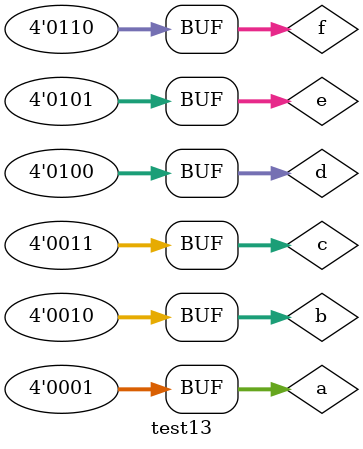
<source format=v>
module test13;
	reg [3:0]a,b,c,d,e,f;
	initial 
		$monitor ($time ,"a = %d b = %d c = %d d = %d e = %d f = %d",a,b,c,d,e,f);
	initial
	begin
		#2 a <= 4'd01;//1
		#3 b <= 4'd02;//4
		#1 c <= 4'd03;//6
	end
	initial
	begin
		#1 d<= 4'd04;//3
		#3 e <= 4'd05;//4
		#4 f <= 4'd06;//6
	end
endmodule 
</source>
